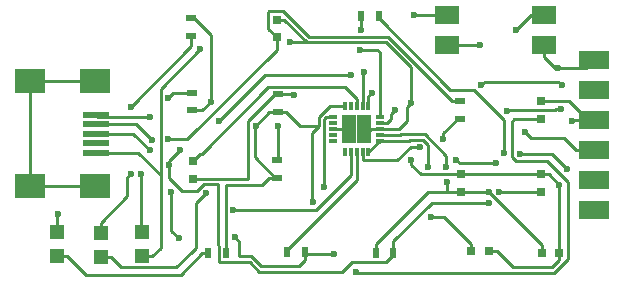
<source format=gtl>
G04 #@! TF.FileFunction,Copper,L1,Top,Signal*
%FSLAX46Y46*%
G04 Gerber Fmt 4.6, Leading zero omitted, Abs format (unit mm)*
G04 Created by KiCad (PCBNEW 4.0.0-rc1-stable) date 12/22/2015 11:03:48 PM*
%MOMM*%
G01*
G04 APERTURE LIST*
%ADD10C,0.100000*%
%ADD11R,2.301240X0.500380*%
%ADD12R,2.499360X1.998980*%
%ADD13R,0.500000X0.900000*%
%ADD14R,0.750000X0.800000*%
%ADD15R,0.800000X0.750000*%
%ADD16R,1.198880X1.198880*%
%ADD17R,2.540000X1.524000*%
%ADD18R,0.900000X0.500000*%
%ADD19R,0.730000X0.300000*%
%ADD20R,0.300000X0.730000*%
%ADD21R,1.250000X1.250000*%
%ADD22R,2.159000X1.524000*%
%ADD23C,0.600000*%
%ADD24C,0.250000*%
G04 APERTURE END LIST*
D10*
D11*
X108722160Y-112577880D03*
X108722160Y-113377980D03*
X108722160Y-114178080D03*
X108722160Y-114978180D03*
X108722160Y-115778280D03*
D12*
X108623100Y-109728000D03*
X103124000Y-109728000D03*
X108623100Y-118628160D03*
X103124000Y-118628160D03*
D13*
X119723600Y-124307600D03*
X118223600Y-124307600D03*
D14*
X146456400Y-119088600D03*
X146456400Y-117588600D03*
X124040900Y-106021000D03*
X124040900Y-104521000D03*
X139649200Y-119126700D03*
X139649200Y-117626700D03*
X146456400Y-112941800D03*
X146456400Y-111441800D03*
D15*
X146481800Y-124244100D03*
X147981800Y-124244100D03*
X140525500Y-124142500D03*
X142025500Y-124142500D03*
D14*
X116916200Y-116509800D03*
X116916200Y-118009800D03*
D16*
X112610900Y-122478800D03*
X112610900Y-124576840D03*
X109156500Y-122555000D03*
X109156500Y-124653040D03*
X105460800Y-124576840D03*
X105460800Y-122478800D03*
D17*
X150876000Y-107950000D03*
X150876000Y-110490000D03*
X150876000Y-113030000D03*
X150876000Y-115570000D03*
X150876000Y-118110000D03*
X150876000Y-120650000D03*
D13*
X132422200Y-124256800D03*
X133922200Y-124256800D03*
D18*
X139573000Y-112903700D03*
X139573000Y-111403700D03*
D13*
X124941900Y-124193300D03*
X126441900Y-124193300D03*
D18*
X116840000Y-112205200D03*
X116840000Y-110705200D03*
X116801900Y-104393300D03*
X116801900Y-105893300D03*
X124079000Y-117895500D03*
X124079000Y-116395500D03*
X124117100Y-110820200D03*
X124117100Y-112320200D03*
D13*
X131176900Y-104203500D03*
X132676900Y-104203500D03*
D19*
X128845000Y-112792000D03*
X128845000Y-113292000D03*
X128845000Y-113792000D03*
X128845000Y-114292000D03*
X128845000Y-114792000D03*
D20*
X129810000Y-115757000D03*
X130310000Y-115757000D03*
X130810000Y-115757000D03*
X131310000Y-115757000D03*
X131810000Y-115757000D03*
D19*
X132775000Y-114792000D03*
X132775000Y-114292000D03*
X132775000Y-113792000D03*
X132775000Y-113292000D03*
X132775000Y-112792000D03*
D20*
X131810000Y-111827000D03*
X131310000Y-111827000D03*
X130810000Y-111827000D03*
X130310000Y-111827000D03*
X129810000Y-111827000D03*
D21*
X131435000Y-114417000D03*
X131435000Y-113167000D03*
X130185000Y-114417000D03*
X130185000Y-113167000D03*
D22*
X146685000Y-106680000D03*
X146685000Y-104140000D03*
X138430000Y-104140000D03*
X138430000Y-106680000D03*
D23*
X113284000Y-112776000D03*
X115824000Y-115570000D03*
X114909600Y-116801900D03*
X142873799Y-119127201D03*
X141998700Y-120027700D03*
X135442956Y-116392956D03*
X135382000Y-111582200D03*
X117551200Y-107022900D03*
X125183900Y-106426000D03*
X149047200Y-113131600D03*
X147981800Y-118489000D03*
X114871500Y-114668300D03*
X113449100Y-114706400D03*
X141224000Y-106680000D03*
X138430000Y-118251710D03*
X138417300Y-117001690D03*
X141989400Y-119126700D03*
X113284000Y-115570000D03*
X128930400Y-124383800D03*
X130746500Y-125920500D03*
X115062000Y-119126000D03*
X115735100Y-123050300D03*
X120497600Y-122948700D03*
X127076200Y-119974190D03*
X118452900Y-111506000D03*
X122252910Y-113563300D03*
X137134600Y-121208800D03*
X136880600Y-117001690D03*
X135636000Y-104140000D03*
X125476000Y-110870209D03*
X112560100Y-117558871D03*
X114836229Y-111137700D03*
X111696500Y-117558871D03*
X111671100Y-111909571D03*
X130302000Y-109219990D03*
X134051044Y-112207044D03*
X119173001Y-113109999D03*
X118018549Y-119212349D03*
X120373310Y-120599200D03*
X105537000Y-120967500D03*
X147828000Y-108597700D03*
X144272000Y-105410000D03*
X145034000Y-114046000D03*
X131445000Y-108940600D03*
X141364390Y-110096300D03*
X148196300Y-110070900D03*
X128054100Y-118694200D03*
X139255500Y-116420900D03*
X142614410Y-116700300D03*
X143548100Y-112268000D03*
X148120100Y-112066810D03*
X143304090Y-115849400D03*
X144639104Y-115859390D03*
X148606810Y-117144800D03*
X136144014Y-115316000D03*
X138125060Y-114608052D03*
X132080000Y-110744002D03*
X124155200Y-113550700D03*
X131127500Y-107076410D03*
X131152900Y-105376380D03*
D24*
X113284000Y-112776000D02*
X108920280Y-112776000D01*
X108920280Y-112776000D02*
X108722160Y-112577880D01*
X114909600Y-116801900D02*
X114909600Y-116484400D01*
X114909600Y-116484400D02*
X115824000Y-115570000D01*
X114909600Y-116801900D02*
X114909600Y-117894100D01*
X119062500Y-123609100D02*
X119148599Y-123695199D01*
X114909600Y-117894100D02*
X116036569Y-119021069D01*
X116036569Y-119021069D02*
X117325931Y-119021069D01*
X117325931Y-119021069D02*
X117887190Y-118459810D01*
X119062500Y-118459810D02*
X119062500Y-123609100D01*
X119148599Y-125017601D02*
X119213599Y-125082601D01*
X117887190Y-118459810D02*
X119062500Y-118459810D01*
X122580400Y-125920500D02*
X129602870Y-125920500D01*
X119148599Y-123695199D02*
X119148599Y-125017601D01*
X119213599Y-125082601D02*
X121742501Y-125082601D01*
X133296399Y-125082601D02*
X133922200Y-124456800D01*
X121742501Y-125082601D02*
X122580400Y-125920500D01*
X130440769Y-125082601D02*
X133296399Y-125082601D01*
X129602870Y-125920500D02*
X130440769Y-125082601D01*
X133922200Y-124456800D02*
X133922200Y-124256800D01*
X142873799Y-119127201D02*
X146417799Y-119127201D01*
X146417799Y-119127201D02*
X146456400Y-119088600D01*
X137160000Y-120065800D02*
X141960600Y-120065800D01*
X141960600Y-120065800D02*
X141998700Y-120027700D01*
X133922200Y-123303600D02*
X137160000Y-120065800D01*
X133922200Y-124256800D02*
X133922200Y-123303600D01*
X114211219Y-112534581D02*
X114211219Y-117695497D01*
X114211219Y-117695497D02*
X114211219Y-123825961D01*
X108722160Y-115778280D02*
X112294002Y-115778280D01*
X112294002Y-115778280D02*
X114211219Y-117695497D01*
X132775000Y-113792000D02*
X134366000Y-113792000D01*
X135082001Y-113075999D02*
X135082001Y-111882199D01*
X134366000Y-113792000D02*
X135082001Y-113075999D01*
X135082001Y-111882199D02*
X135382000Y-111582200D01*
X128845000Y-113792000D02*
X129560000Y-113792000D01*
X129560000Y-113792000D02*
X130185000Y-113167000D01*
X132775000Y-113792000D02*
X132060000Y-113792000D01*
X132060000Y-113792000D02*
X131435000Y-114417000D01*
X135442956Y-116817220D02*
X135442956Y-116392956D01*
X139649200Y-117626700D02*
X136252436Y-117626700D01*
X136252436Y-117626700D02*
X135442956Y-116817220D01*
X135382000Y-111582200D02*
X135382000Y-108549110D01*
X135382000Y-108549110D02*
X133284290Y-106451400D01*
X133284290Y-106451400D02*
X132892800Y-106451400D01*
X132892800Y-106451400D02*
X126596300Y-106451400D01*
X117551200Y-107022900D02*
X114211219Y-110362881D01*
X114211219Y-110362881D02*
X114211219Y-112534581D01*
X126596300Y-106451400D02*
X125209300Y-106451400D01*
X125209300Y-106451400D02*
X125183900Y-106426000D01*
X139649200Y-117626700D02*
X146418300Y-117626700D01*
X146418300Y-117626700D02*
X146456400Y-117588600D01*
X114211219Y-123825961D02*
X113460340Y-124576840D01*
X113460340Y-124576840D02*
X112610900Y-124576840D01*
X150876000Y-113030000D02*
X150368000Y-113030000D01*
X150368000Y-113030000D02*
X148779800Y-111441800D01*
X148779800Y-111441800D02*
X146456400Y-111441800D01*
X150876000Y-113030000D02*
X149148800Y-113030000D01*
X149148800Y-113030000D02*
X149047200Y-113131600D01*
X146456400Y-117588600D02*
X147081400Y-117588600D01*
X147081400Y-117588600D02*
X147981800Y-118489000D01*
X147981800Y-118489000D02*
X147981800Y-123619100D01*
X147981800Y-123619100D02*
X147981800Y-124244100D01*
X124040900Y-104521000D02*
X124665900Y-104521000D01*
X124665900Y-104521000D02*
X126596300Y-106451400D01*
X147981800Y-124244100D02*
X147981800Y-124869100D01*
X147362200Y-125488700D02*
X144021700Y-125488700D01*
X144021700Y-125488700D02*
X142675500Y-124142500D01*
X147981800Y-124869100D02*
X147362200Y-125488700D01*
X142675500Y-124142500D02*
X142025500Y-124142500D01*
X150876000Y-113030000D02*
X150381000Y-113030000D01*
X113449100Y-114706400D02*
X112120680Y-113377980D01*
X112120680Y-113377980D02*
X108722160Y-113377980D01*
X114871500Y-114668300D02*
X116471700Y-114668300D01*
X116471700Y-114668300D02*
X124040900Y-107099100D01*
X124040900Y-107099100D02*
X124040900Y-106671000D01*
X124040900Y-106671000D02*
X124040900Y-106021000D01*
X113395760Y-114759740D02*
X113449100Y-114706400D01*
X124040900Y-106021000D02*
X124040900Y-105996000D01*
X126782700Y-106001390D02*
X133470690Y-106001390D01*
X124040900Y-105996000D02*
X123340899Y-105295999D01*
X124577309Y-103795999D02*
X126782700Y-106001390D01*
X123340899Y-105295999D02*
X123340899Y-103860999D01*
X123340899Y-103860999D02*
X123405899Y-103795999D01*
X123405899Y-103795999D02*
X124577309Y-103795999D01*
X133470690Y-106001390D02*
X138873000Y-111403700D01*
X138873000Y-111403700D02*
X139573000Y-111403700D01*
X138430000Y-106680000D02*
X141224000Y-106680000D01*
X133390000Y-114292000D02*
X132775000Y-114292000D01*
X134502411Y-114292000D02*
X133390000Y-114292000D01*
X134553422Y-114240989D02*
X134502411Y-114292000D01*
X138417300Y-116027874D02*
X136630415Y-114240989D01*
X138417300Y-117001690D02*
X138417300Y-116027874D01*
X136630415Y-114240989D02*
X134553422Y-114240989D01*
X136852300Y-119126700D02*
X138443510Y-119126700D01*
X138443510Y-119126700D02*
X139024200Y-119126700D01*
X138430000Y-118251710D02*
X138430000Y-119113190D01*
X138430000Y-119113190D02*
X138443510Y-119126700D01*
X132422200Y-124256800D02*
X132422200Y-123556800D01*
X132422200Y-123556800D02*
X136852300Y-119126700D01*
X139024200Y-119126700D02*
X139649200Y-119126700D01*
X146481800Y-124244100D02*
X146481800Y-123619100D01*
X146481800Y-123619100D02*
X141989400Y-119126700D01*
X141989400Y-119126700D02*
X139649200Y-119126700D01*
X113284000Y-115570000D02*
X111892080Y-114178080D01*
X111892080Y-114178080D02*
X108722160Y-114178080D01*
X146456400Y-112941800D02*
X144145700Y-112941800D01*
X144145700Y-112941800D02*
X143929100Y-113158400D01*
X130764710Y-125938710D02*
X130746500Y-125920500D01*
X143929100Y-113158400D02*
X143929100Y-116141500D01*
X143929100Y-116141500D02*
X144272000Y-116484400D01*
X147548600Y-125938710D02*
X130764710Y-125938710D01*
X144272000Y-116484400D02*
X146902202Y-116484400D01*
X146902202Y-116484400D02*
X148706801Y-118288999D01*
X148706801Y-118288999D02*
X148706801Y-124780509D01*
X148706801Y-124780509D02*
X147548600Y-125938710D01*
X128930400Y-124383800D02*
X126632400Y-124383800D01*
X126632400Y-124383800D02*
X126441900Y-124193300D01*
X115735100Y-123050300D02*
X115062000Y-122377200D01*
X115062000Y-122377200D02*
X115062000Y-119126000D01*
X120891300Y-124536200D02*
X120891300Y-123342400D01*
X120891300Y-123342400D02*
X120497600Y-122948700D01*
X121832510Y-124536200D02*
X120891300Y-124536200D01*
X125948100Y-125387100D02*
X122683410Y-125387100D01*
X122683410Y-125387100D02*
X121832510Y-124536200D01*
X126441900Y-124193300D02*
X126441900Y-124893300D01*
X126441900Y-124893300D02*
X125948100Y-125387100D01*
X127628542Y-113512600D02*
X127628543Y-112757047D01*
X128558590Y-111827000D02*
X129410000Y-111827000D01*
X127628543Y-112757047D02*
X128558590Y-111827000D01*
X129410000Y-111827000D02*
X129810000Y-111827000D01*
X136880600Y-117001690D02*
X136880600Y-115127584D01*
X136880600Y-115127584D02*
X136444015Y-114690999D01*
X136444015Y-114690999D02*
X135370591Y-114690999D01*
X135370591Y-114690999D02*
X135269590Y-114792000D01*
X133390000Y-114792000D02*
X132775000Y-114792000D01*
X135269590Y-114792000D02*
X133390000Y-114792000D01*
X132775000Y-114792000D02*
X131810000Y-115757000D01*
X126009500Y-113512600D02*
X127628542Y-113512600D01*
X127628542Y-113512600D02*
X127012700Y-114128442D01*
X127012700Y-114128442D02*
X127012700Y-119910690D01*
X127012700Y-119910690D02*
X127076200Y-119974190D01*
X123417100Y-112320200D02*
X122252910Y-113563300D01*
X124079000Y-117895500D02*
X123879000Y-117895500D01*
X123879000Y-117895500D02*
X122174000Y-116190500D01*
X122174000Y-116190500D02*
X122174000Y-113563300D01*
X122174000Y-113563300D02*
X122252910Y-113563300D01*
X137134600Y-121208800D02*
X138216800Y-121208800D01*
X138216800Y-121208800D02*
X140525500Y-123517500D01*
X140525500Y-123517500D02*
X140525500Y-124142500D01*
X124117100Y-112320200D02*
X124817100Y-112320200D01*
X124817100Y-112320200D02*
X126009500Y-113512600D01*
X119735600Y-118516400D02*
X122758100Y-118516400D01*
X122758100Y-118516400D02*
X123379000Y-117895500D01*
X123379000Y-117895500D02*
X124079000Y-117895500D01*
X119748300Y-123582900D02*
X119748300Y-118529100D01*
X119748300Y-118529100D02*
X119735600Y-118516400D01*
X119723600Y-124307600D02*
X119723600Y-123607600D01*
X119723600Y-123607600D02*
X119748300Y-123582900D01*
X124117100Y-112320200D02*
X123417100Y-112320200D01*
X116801900Y-104393300D02*
X117001900Y-104393300D01*
X117001900Y-104393300D02*
X118452900Y-105844300D01*
X118452900Y-105844300D02*
X118452900Y-111506000D01*
X118452900Y-111506000D02*
X117753700Y-112205200D01*
X117753700Y-112205200D02*
X116840000Y-112205200D01*
X124079000Y-117895500D02*
X124279000Y-117895500D01*
X116916200Y-116509800D02*
X116916200Y-116484800D01*
X117541200Y-115859800D02*
X117729204Y-115859800D01*
X116916200Y-116484800D02*
X117541200Y-115859800D01*
X129843199Y-110245199D02*
X130810000Y-111212000D01*
X117729204Y-115859800D02*
X123343805Y-110245199D01*
X123343805Y-110245199D02*
X129843199Y-110245199D01*
X130810000Y-111212000D02*
X130810000Y-111827000D01*
X135636000Y-104140000D02*
X138430000Y-104140000D01*
X124117100Y-110820200D02*
X125425991Y-110820200D01*
X125425991Y-110820200D02*
X125476000Y-110870209D01*
X121627900Y-117995700D02*
X121613800Y-118009800D01*
X121613800Y-118009800D02*
X116916200Y-118009800D01*
X121627900Y-113109400D02*
X121627900Y-117995700D01*
X124117100Y-110820200D02*
X123917100Y-110820200D01*
X123917100Y-110820200D02*
X121627900Y-113109400D01*
X112560100Y-117558871D02*
X112560100Y-122428000D01*
X112560100Y-122428000D02*
X112610900Y-122478800D01*
X116840000Y-110705200D02*
X115268729Y-110705200D01*
X115268729Y-110705200D02*
X114836229Y-111137700D01*
X111696500Y-117558871D02*
X111396501Y-117858870D01*
X111396501Y-117858870D02*
X111396501Y-119465559D01*
X111396501Y-119465559D02*
X109156500Y-121705560D01*
X109156500Y-121705560D02*
X109156500Y-122555000D01*
X116801900Y-105893300D02*
X116801900Y-106778771D01*
X116801900Y-106778771D02*
X111671100Y-111909571D01*
X123063010Y-109219990D02*
X129877736Y-109219990D01*
X119173001Y-113109999D02*
X123063010Y-109219990D01*
X129877736Y-109219990D02*
X130302000Y-109219990D01*
X134051044Y-112207044D02*
X133751045Y-112507043D01*
X133751045Y-112507043D02*
X133751045Y-112930955D01*
X133751045Y-112930955D02*
X133390000Y-113292000D01*
X133390000Y-113292000D02*
X132775000Y-113292000D01*
X117221000Y-123837700D02*
X117221000Y-120009898D01*
X117221000Y-120009898D02*
X118018549Y-119212349D01*
X116865400Y-124193300D02*
X117221000Y-123837700D01*
X115557419Y-125501281D02*
X116865400Y-124193300D01*
X109156500Y-124653040D02*
X110005940Y-124653040D01*
X110005940Y-124653040D02*
X110854181Y-125501281D01*
X110854181Y-125501281D02*
X115557419Y-125501281D01*
X115907500Y-126123700D02*
X107857100Y-126123700D01*
X107857100Y-126123700D02*
X106310240Y-124576840D01*
X106310240Y-124576840D02*
X105460800Y-124576840D01*
X118223600Y-124307600D02*
X117723600Y-124307600D01*
X117723600Y-124307600D02*
X115907500Y-126123700D01*
X128409700Y-119583200D02*
X130310000Y-117682900D01*
X130310000Y-117682900D02*
X130310000Y-115757000D01*
X120373310Y-120599200D02*
X127393700Y-120599200D01*
X127393700Y-120599200D02*
X128409700Y-119583200D01*
X105460800Y-122478800D02*
X105460800Y-121043700D01*
X105460800Y-121043700D02*
X105537000Y-120967500D01*
X146685000Y-106680000D02*
X146685000Y-107692000D01*
X146685000Y-107692000D02*
X147590700Y-108597700D01*
X147590700Y-108597700D02*
X147828000Y-108597700D01*
X147828000Y-108597700D02*
X150228300Y-108597700D01*
X150228300Y-108597700D02*
X150876000Y-107950000D01*
X144272000Y-105410000D02*
X145542000Y-104140000D01*
X145542000Y-104140000D02*
X146685000Y-104140000D01*
X148340000Y-114554000D02*
X145542000Y-114554000D01*
X145542000Y-114554000D02*
X145034000Y-114046000D01*
X150876000Y-115570000D02*
X149356000Y-115570000D01*
X149356000Y-115570000D02*
X148340000Y-114554000D01*
X131310000Y-111827000D02*
X131310000Y-109075600D01*
X131310000Y-109075600D02*
X131445000Y-108940600D01*
X148196300Y-110070900D02*
X147896301Y-109770901D01*
X147896301Y-109770901D02*
X141689789Y-109770901D01*
X141689789Y-109770901D02*
X141364390Y-110096300D01*
X128054100Y-118694200D02*
X128054100Y-113723452D01*
X128054100Y-113723452D02*
X128078552Y-113699000D01*
X128078552Y-113699000D02*
X128078552Y-112943448D01*
X128078552Y-112943448D02*
X128230000Y-112792000D01*
X128230000Y-112792000D02*
X128845000Y-112792000D01*
X142614410Y-116700300D02*
X139534900Y-116700300D01*
X139534900Y-116700300D02*
X139255500Y-116420900D01*
X148120100Y-112066810D02*
X147695836Y-112066810D01*
X147695836Y-112066810D02*
X147595845Y-112166801D01*
X147595845Y-112166801D02*
X143649299Y-112166801D01*
X143649299Y-112166801D02*
X143548100Y-112268000D01*
X143304090Y-115849400D02*
X143304090Y-113001890D01*
X143304090Y-113001890D02*
X140741400Y-110439200D01*
X140741400Y-110439200D02*
X138712600Y-110439200D01*
X138712600Y-110439200D02*
X132676900Y-104403500D01*
X132676900Y-104403500D02*
X132676900Y-104203500D01*
X148606810Y-117144800D02*
X147321400Y-115859390D01*
X147321400Y-115859390D02*
X144639104Y-115859390D01*
X103124000Y-109728000D02*
X108623100Y-109728000D01*
X103124000Y-118628160D02*
X103124000Y-109728000D01*
X108623100Y-118628160D02*
X103124000Y-118628160D01*
X135382000Y-115316000D02*
X135719750Y-115316000D01*
X135719750Y-115316000D02*
X136144014Y-115316000D01*
X134250999Y-116447001D02*
X135382000Y-115316000D01*
X131385001Y-116447001D02*
X134250999Y-116447001D01*
X131310000Y-115757000D02*
X131310000Y-116372000D01*
X131310000Y-116372000D02*
X131385001Y-116447001D01*
X138125060Y-114183788D02*
X138125060Y-114608052D01*
X138125060Y-114151640D02*
X138125060Y-114183788D01*
X139373000Y-112903700D02*
X138125060Y-114151640D01*
X139573000Y-112903700D02*
X139373000Y-112903700D01*
X124941900Y-124193300D02*
X124941900Y-123993300D01*
X124941900Y-123993300D02*
X130810000Y-118125200D01*
X130810000Y-118125200D02*
X130810000Y-115757000D01*
X131810000Y-111827000D02*
X131810000Y-111014002D01*
X131810000Y-111014002D02*
X132080000Y-110744002D01*
X124155200Y-113550700D02*
X124155200Y-116319300D01*
X124155200Y-116319300D02*
X124079000Y-116395500D01*
X131551764Y-107076410D02*
X131127500Y-107076410D01*
X132562600Y-107061000D02*
X131567174Y-107061000D01*
X132775000Y-107273400D02*
X132562600Y-107061000D01*
X131567174Y-107061000D02*
X131551764Y-107076410D01*
X132775000Y-112792000D02*
X132775000Y-107273400D01*
X131176900Y-104203500D02*
X131176900Y-105352380D01*
X131176900Y-105352380D02*
X131152900Y-105376380D01*
M02*

</source>
